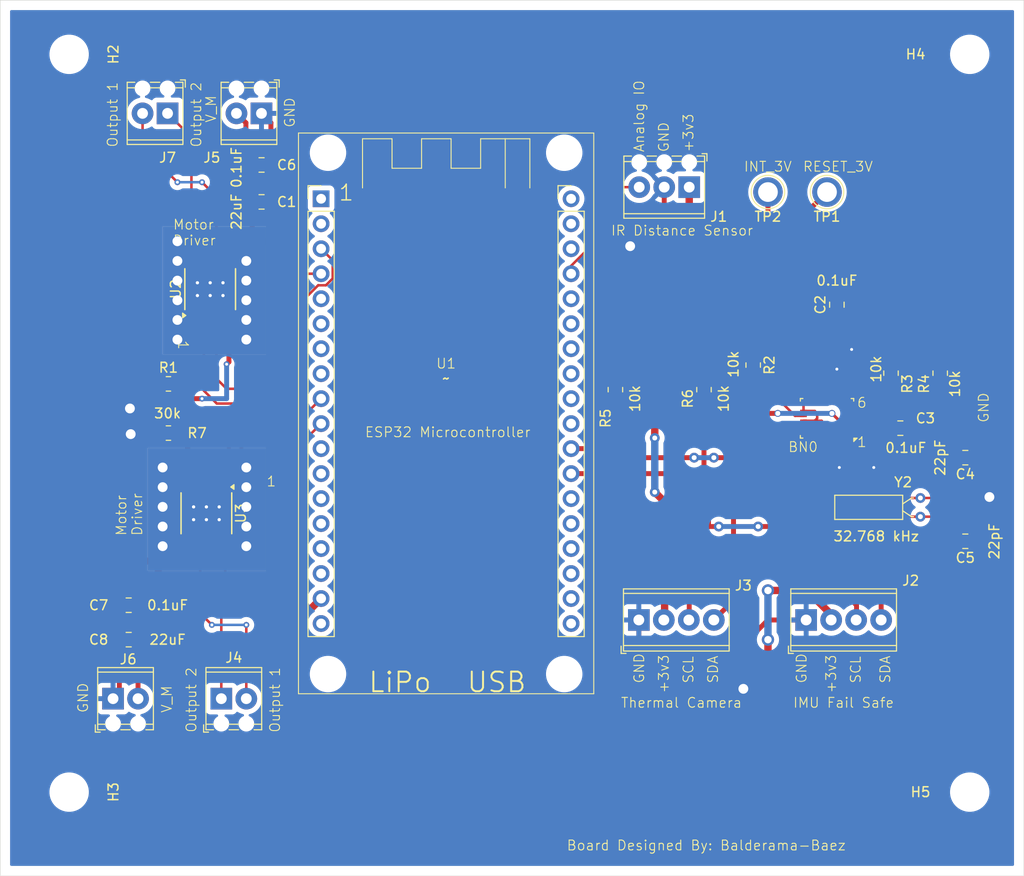
<source format=kicad_pcb>
(kicad_pcb (version 20240108) (generator "pcbnew") (generator_version "8.0")
  (title_block (title "Heat Seaking Predator Bot") (date "2024-10-31") (rev "0.01") (company "Balderama-Baez"))
  (layers (0 "F.Cu" signal) (31 "B.Cu" signal) (34 "B.Paste" user) (35 "F.Paste" user) (36 "B.SilkS" user "B.Silkscreen") (37 "F.SilkS" user "F.Silkscreen") (38 "B.Mask" user) (39 "F.Mask" user) (44 "Edge.Cuts" user))
  (net 0 "")
  (net 1 "GND")
  (net 2 "V_m2")
  (net 3 "Net-(U4-CAP)")
  (net 4 "Net-(U4-XIN32)")
  (net 5 "Net-(U4-XOUT32)")
  (net 6 "V_m1")
  (net 7 "Net-(J1-Pin_3)")
  (net 8 "SCL_3V")
  (net 9 "SDA_3V")
  (net 10 "Net-(J4-Pin_1)")
  (net 11 "Net-(J4-Pin_2)")
  (net 12 "Net-(J7-Pin_2)")
  (net 13 "Net-(J7-Pin_1)")
  (net 14 "Net-(U2-ILIM)")
  (net 15 "Net-(U4-COM3)")
  (net 16 "Net-(U4-PS0)")
  (net 17 "Net-(U4-PS1)")
  (net 18 "Net-(U3-ILIM)")
  (net 19 "RESET_3V")
  (net 21 "Net-(U1-IO5)")
  (net 34 "Net-(U1-IO26)")
  (net 41 "Net-(U1-IO2)")
  (net 42 "Net-(U1-IO25)")
  (net 58 "INT_3V")
  (net 62 "+3v3")
  (footprint "Capacitor_SMD:C_0805_2012Metric" (layer "F.Cu") (at 191.05 101 180)
    (property "Reference" "C4")
    (property "Value" "22pF")
  )
  (footprint "Package_SO:Texas_HTSOP-8-1EP_3.9x4.9mm_P1.27mm_EP2.95x4.9mm_Mask2.4x3.1mm_ThermalVias" (layer "F.Cu") (at 113.945 106.655 -90)
    (property "Reference" "U3")
    (property "Value" "Motor Driver DRV8871DDA")
  )
  (footprint "Resistor_SMD:R_0805_2012Metric" (layer "F.Cu") (at 110.0875 93.5)
    (property "Reference" "R1")
    (property "Value" "30K")
  )
  (footprint "ME507F24:FireBeetle-ESP32" (layer "F.Cu") (at 138.3 95)
    (property "Reference" "U1")
    (property "Value" "~")
  )
  (footprint "Package_LGA:LGA-28_5.2x3.8mm_P0.5mm" (layer "F.Cu") (at 177 97 180)
    (property "Reference" "U4" (hide yes))
    (property "Value" "BNO055")
  )
  (footprint "Resistor_SMD:R_0805_2012Metric" (layer "F.Cu") (at 188.5 92.4125 90)
    (property "Reference" "R4")
    (property "Value" "10K")
  )
  (footprint "TerminalBlock_Phoenix:TerminalBlock_Phoenix_MPT-0,5-2-2.54_1x02_P2.54mm_Horizontal" (layer "F.Cu") (at 104.46 125.5)
    (property "Reference" "J6")
    (property "Value" "Screw_Terminal_01x02")
  )
  (footprint "Resistor_SMD:R_0805_2012Metric" (layer "F.Cu") (at 110.0875 98.5)
    (property "Reference" "R7")
    (property "Value" "30K")
  )
  (footprint "Resistor_SMD:R_0805_2012Metric" (layer "F.Cu") (at 164.5 94.0875 90)
    (property "Reference" "R6")
    (property "Value" "10K")
  )
  (footprint "Capacitor_SMD:C_0805_2012Metric" (layer "F.Cu") (at 106.05 119.5 180)
    (property "Reference" "C8")
    (property "Value" "22uF")
  )
  (footprint "Crystal:Crystal_C26-LF_D2.1mm_L6.5mm_Horizontal" (layer "F.Cu") (at 186.486526 105.1 -90)
    (property "Reference" "Y2")
    (property "Value" "32.768 kHz")
  )
  (footprint "TerminalBlock_Phoenix:TerminalBlock_Phoenix_MPT-0,5-4-2.54_1x04_P2.54mm_Horizontal" (layer "F.Cu") (at 174.88 117.5)
    (property "Reference" "J2")
    (property "Value" "Screw_Terminal_01x04" (hide yes))
  )
  (footprint "MountingHole:MountingHole_3.5mm" (layer "F.Cu") (at 191.5 60)
    (property "Reference" "H4")
    (property "Value" "MountingHole")
  )
  (footprint "Resistor_SMD:R_0805_2012Metric" (layer "F.Cu") (at 183.5 92.4125 -90)
    (property "Reference" "R3")
    (property "Value" "10K")
  )
  (footprint "Capacitor_SMD:C_0805_2012Metric" (layer "F.Cu") (at 119.55 75)
    (property "Reference" "C1")
    (property "Value" "22uF")
  )
  (footprint "MountingHole:MountingHole_3.5mm" (layer "F.Cu") (at 100 60 -90)
    (property "Reference" "H2")
    (property "Value" "MountingHole")
  )
  (footprint "TerminalBlock_Phoenix:TerminalBlock_Phoenix_MPT-0,5-2-2.54_1x02_P2.54mm_Horizontal" (layer "F.Cu") (at 119.54 66 180)
    (property "Reference" "J5")
    (property "Value" "Screw_Terminal_01x02")
  )
  (footprint "Capacitor_SMD:C_0805_2012Metric" (layer "F.Cu") (at 191.05 109.5 180)
    (property "Reference" "C5")
    (property "Value" "22pF")
  )
  (footprint "TerminalBlock_Phoenix:TerminalBlock_Phoenix_MPT-0,5-3-2.54_1x03_P2.54mm_Horizontal" (layer "F.Cu") (at 163 73.5 180)
    (property "Reference" "J1")
    (property "Value" "Screw_Terminal_01x03")
  )
  (footprint "TestPoint:TestPoint_Plated_Hole_D2.0mm" (layer "F.Cu") (at 171 74 180)
    (property "Reference" "TP2")
    (property "Value" "TestPoint")
  )
  (footprint "Resistor_SMD:R_0805_2012Metric" (layer "F.Cu") (at 169.5 91.5875 -90)
    (property "Reference" "R2")
    (property "Value" "10K")
  )
  (footprint "MountingHole:MountingHole_3.5mm" (layer "F.Cu") (at 100 135 -90)
    (property "Reference" "H3")
    (property "Value" "MountingHole")
  )
  (footprint "MountingHole:MountingHole_3.5mm" (layer "F.Cu") (at 191.5 135)
    (property "Reference" "H5")
    (property "Value" "MountingHole")
  )
  (footprint "Capacitor_SMD:C_0805_2012Metric" (layer "F.Cu") (at 178 85.45 90)
    (property "Reference" "C2")
    (property "Value" "0.1uF")
  )
  (footprint "Capacitor_SMD:C_0805_2012Metric" (layer "F.Cu") (at 119.55 71.245)
    (property "Reference" "C6")
    (property "Value" "0.1uF")
  )
  (footprint "TerminalBlock_Phoenix:TerminalBlock_Phoenix_MPT-0,5-2-2.54_1x02_P2.54mm_Horizontal" (layer "F.Cu") (at 110 66 180)
    (property "Reference" "J7")
    (property "Value" "Screw_Terminal_01x02")
  )
  (footprint "Package_SO:Texas_HTSOP-8-1EP_3.9x4.9mm_P1.27mm_EP2.95x4.9mm_Mask2.4x3.1mm_ThermalVias" (layer "F.Cu") (at 114.33 83.87 90)
    (property "Reference" "U2")
    (property "Value" "Motor Driver DRV8871DDA")
  )
  (footprint "Resistor_SMD:R_0805_2012Metric" (layer "F.Cu") (at 155.5 94.0875 90)
    (property "Reference" "R5")
    (property "Value" "10K")
  )
  (footprint "TestPoint:TestPoint_Plated_Hole_D2.0mm" (layer "F.Cu") (at 177 74 180)
    (property "Reference" "TP1")
    (property "Value" "TestPoint")
  )
  (footprint "TerminalBlock_Phoenix:TerminalBlock_Phoenix_MPT-0,5-2-2.54_1x02_P2.54mm_Horizontal" (layer "F.Cu") (at 115.46 125.5)
    (property "Reference" "J4")
    (property "Value" "Screw_Terminal_01x02")
  )
  (footprint "TerminalBlock_Phoenix:TerminalBlock_Phoenix_MPT-0,5-4-2.54_1x04_P2.54mm_Horizontal" (layer "F.Cu") (at 157.88 117.5)
    (property "Reference" "J3")
    (property "Value" "Screw_Terminal_01x04")
  )
  (footprint "Capacitor_SMD:C_0805_2012Metric" (layer "F.Cu") (at 106.05 116 180)
    (property "Reference" "C7")
    (property "Value" "0.1uF")
  )
  (footprint "Capacitor_SMD:C_0805_2012Metric" (layer "F.Cu") (at 184.45 98)
    (property "Reference" "C3")
    (property "Value" "0.1uF")
  )
  (gr_rect (start 93 54.5) (end 197 143.5) (stroke (width 0.05)) (fill none) (layer "Edge.Cuts"))
  (gr_text "10k" (at 157.5 95 90) (layer "F.SilkS") (effects (font (size 1 1))))
  (gr_text "+3v3" (at 161 125 90) (layer "F.SilkS") (effects (font (size 1 1) (thickness 0.1)) (justify left bottom)))
  (gr_text "10k" (at 182 92 90) (layer "F.SilkS") (effects (font (size 1 1))))
  (gr_text "6" (at 180 96 0) (layer "F.SilkS") (effects (font (size 1 1) (thickness 0.1)) (justify left bottom)))
  (gr_text "Output 1" (at 105 69.5 90) (layer "F.SilkS") (effects (font (size 1 1) (thickness 0.1)) (justify left bottom)))
  (gr_text "GND" (at 161 70 90) (layer "F.SilkS") (effects (font (size 1 1) (thickness 0.1)) (justify left bottom)))
  (gr_text "10k" (at 167.5 91.5 90) (layer "F.SilkS") (effects (font (size 1 1))))
  (gr_text "GND" (at 158.5 124 90) (layer "F.SilkS") (effects (font (size 1 1) (thickness 0.1)) (justify left bottom)))
  (gr_text "GND" (at 102 127 90) (layer "F.SilkS") (effects (font (size 1 1) (thickness 0.1)) (justify left bottom)))
  (gr_text "Output 2" (at 113 129 90) (layer "F.SilkS") (effects (font (size 1 1) (thickness 0.1)) (justify left bottom)))
  (gr_text "32.768 kHz" (at 182 109 0) (layer "F.SilkS") (effects (font (size 1 1))))
  (gr_text "SDA" (at 166 124 90) (layer "F.SilkS") (effects (font (size 1 1) (thickness 0.1)) (justify left bottom)))
  (gr_text "IMU Fail Safe" (at 173.5 126.5 0) (layer "F.SilkS") (effects (font (size 1 1) (thickness 0.1)) (justify left bottom)))
  (gr_text "Board Designed By: Balderama-Baez" (at 150.5 141 0) (layer "F.SilkS") (effects (font (size 1 1) (thickness 0.1)) (justify left bottom)))
  (gr_text "1" (at 120 104 0) (layer "F.SilkS") (effects (font (size 1 1) (thickness 0.1)) (justify left bottom)))
  (gr_text "BN0" (at 173 100.5 0) (layer "F.SilkS") (effects (font (size 1 1) (thickness 0.1)) (justify left bottom)))
  (gr_text "0.1uF" (at 117 71.5 90) (layer "F.SilkS") (effects (font (size 1 1))))
  (gr_text "+3v3" (at 178 125 90) (layer "F.SilkS") (effects (font (size 1 1) (thickness 0.1)) (justify left bottom)))
  (gr_text "Output 2" (at 113.5 69.5 90) (layer "F.SilkS") (effects (font (size 1 1) (thickness 0.1)) (justify left bottom)))
  (gr_text "Thermal Camera" (at 156 126.5 0) (layer "F.SilkS") (effects (font (size 1 1) (thickness 0.1)) (justify left bottom)))
  (gr_text "22uF" (at 117 76 90) (layer "F.SilkS") (effects (font (size 1 1))))
  (gr_text "10k" (at 166.5 95 90) (layer "F.SilkS") (effects (font (size 1 1))))
  (gr_text "SCL" (at 180.5 124 90) (layer "F.SilkS") (effects (font (size 1 1) (thickness 0.1)) (justify left bottom)))
  (gr_text "0.1uF" (at 178 83 0) (layer "F.SilkS") (effects (font (size 1 1))))
  (gr_text "Motor\nDriver" (at 110.5 79.5 0) (layer "F.SilkS") (effects (font (size 1 1) (thickness 0.1)) (justify left bottom)))
  (gr_text "INT_3V" (at 168.5 72 0) (layer "F.SilkS") (effects (font (size 1 1) (thickness 0.1)) (justify left bottom)))
  (gr_text "GND" (at 175 124 90) (layer "F.SilkS") (effects (font (size 1 1) (thickness 0.1)) (justify left bottom)))
  (gr_text "Analog IO" (at 158.5 70 90) (layer "F.SilkS") (effects (font (size 1 1) (thickness 0.1)) (justify left bottom)))
  (gr_text "22pF" (at 194 109.5 90) (layer "F.SilkS") (effects (font (size 1 1))))
  (gr_text "IR Distance Sensor" (at 155 78.5 0) (layer "F.SilkS") (effects (font (size 1 1) (thickness 0.1)) (justify left bottom)))
  (gr_text "22uF" (at 110 119.5 0) (layer "F.SilkS") (effects (font (size 1 1))))
  (gr_text "RESET_3V" (at 174.5 72 0) (layer "F.SilkS") (effects (font (size 1 1) (thickness 0.1)) (justify left bottom)))
  (gr_text "1" (at 180 100 0) (layer "F.SilkS") (effects (font (size 1 1) (thickness 0.1)) (justify left bottom)))
  (gr_text "ESP32 Microcontroller" (at 130 99 0) (layer "F.SilkS") (effects (font (size 1 1) (thickness 0.1)) (justify left bottom)))
  (gr_text "+3v3" (at 163.5 70 90) (layer "F.SilkS") (effects (font (size 1 1) (thickness 0.1)) (justify left bottom)))
  (gr_text "0.1uF" (at 185 100 0) (layer "F.SilkS") (effects (font (size 1 1))))
  (gr_text "30k" (at 110 96.5 0) (layer "F.SilkS") (effects (font (size 1 1))))
  (gr_text "V_M" (at 110.5 127 90) (layer "F.SilkS") (effects (font (size 1 1) (thickness 0.1)) (justify left bottom)))
  (gr_text "Motor\nDriver" (at 107.5 109 90) (layer "F.SilkS") (effects (font (size 1 1) (thickness 0.1)) (justify left bottom)))
  (gr_text "22pF" (at 188.5 101 90) (layer "F.SilkS") (effects (font (size 1 1))))
  (gr_text "SDA" (at 183.5 124 90) (layer "F.SilkS") (effects (font (size 1 1) (thickness 0.1)) (justify left bottom)))
  (gr_text "0.1uF" (at 110 116 0) (layer "F.SilkS") (effects (font (size 1 1))))
  (gr_text "Output 1" (at 121.5 129 90) (layer "F.SilkS") (effects (font (size 1 1) (thickness 0.1)) (justify left bottom)))
  (gr_text "SCL" (at 163.5 124 90) (layer "F.SilkS") (effects (font (size 1 1) (thickness 0.1)) (justify left bottom)))
  (gr_text "GND" (at 123 67.5 90) (layer "F.SilkS") (effects (font (size 1 1) (thickness 0.1)) (justify left bottom)))
  (gr_text "1" (at 111 89 -90) (layer "F.SilkS") (effects (font (size 1 1) (thickness 0.1)) (justify left bottom)))
  (gr_text "10k" (at 190 93.5 90) (layer "F.SilkS") (effects (font (size 1 1))))
  (gr_text "GND" (at 193.5 97.5 90) (layer "F.SilkS") (effects (font (size 1 1) (thickness 0.1)) (justify left bottom)))
  (gr_text "V_M" (at 115 67 90) (layer "F.SilkS") (effects (font (size 1 1) (thickness 0.1)) (justify left bottom)))
  (segment (start 112.425 85.895) (end 113.695 84.625) (width 0.5) (layer "F.Cu") (net 1))
  (segment (start 114.33 83.87) (end 113.695 83.235) (width 0.5) (layer "F.Cu") (net 1))
  (segment (start 105.1 114.4) (end 109.5 110) (width 0.5) (layer "F.Cu") (net 1))
  (segment (start 192 105) (end 192 109.5) (width 0.5) (layer "F.Cu") (net 1))
  (segment (start 113.695 83.235) (end 113.695 80.995) (width 0.5) (layer "F.Cu") (net 1))
  (segment (start 158 120) (end 157.88 119.88) (width 0.5) (layer "F.Cu") (net 1))
  (segment (start 181.767501 101.982499) (end 181.785002 102) (width 0.5) (layer "F.Cu") (net 1))
  (segment (start 182.5 101.5) (end 182.5 100.548) (width 0.5) (layer "F.Cu") (net 1))
  (segment (start 177.5 101.25) (end 177.5 100.5) (width 0.5) (layer "F.Cu") (net 1))
  (segment (start 172.175 90.675) (end 169.5 90.675) (width 0.254) (layer "F.Cu") (net 1))
  (segment (start 191 91.5) (end 192 92.5) (width 0.5) (layer "F.Cu") (net 1))
  (segment (start 174.88 117.5) (end 171 117.5) (width 0.5) (layer "F.Cu") (net 1))
  (segment (start 112.425 86.745) (end 112.425 85.895) (width 0.254) (layer "F.Cu") (net 1))
  (segment (start 192 101) (end 192 97.5) (width 0.5) (layer "F.Cu") (net 1))
  (segment (start 177.25 98.6625) (end 177.25 98.048) (width 0.25) (layer "F.Cu") (net 1))
  (segment (start 106.3625 98.5) (end 106.255 98.6075) (width 0.254) (layer "F.Cu") (net 1))
  (segment (start 179.5 90) (end 179.5 89) (width 0.3) (layer "F.Cu") (net 1))
  (segment (start 108.675 93.5) (end 109.175 93.5) (width 0.5) (layer "F.Cu") (net 1))
  (segment (start 179.175 85.675) (end 178 84.5) (width 0.5) (layer "F.Cu") (net 1))
  (segment (start 177.25 95.3375) (end 177.25 92.75) (width 0.3) (layer "F.Cu") (net 1))
  (segment (start 113.695 84.625) (end 113.695 80.995) (width 0.5) (layer "F.Cu") (net 1))
  (segment (start 115.85 103.78) (end 115.85 104.75) (width 0.254) (layer "F.Cu") (net 1))
  (segment (start 172.5 93.5) (end 172.5 91) (width 0.254) (layer "F.Cu") (net 1))
  (segment (start 174.3375 95.3375) (end 172.5 93.5) (width 0.254) (layer "F.Cu") (net 1))
  (segment (start 115.85 104.75) (end 113.945 106.655) (width 0.5) (layer "F.Cu") (net 1))
  (segment (start 181.175 85.675) (end 179.175 85.675) (width 0.5) (layer "F.Cu") (net 1))
  (segment (start 175.75 97.25) (end 176 97) (width 0.254) (layer "F.Cu") (net 1))
  (segment (start 105 115.9) (end 105.1 116) (width 0.254) (layer "F.Cu") (net 1))
  (segment (start 179.5 89) (end 182 86.5) (width 0.3) (layer "F.Cu") (net 1))
  (segment (start 179.827 97.875) (end 179.752449 97.875) (width 0.3) (layer "F.Cu") (net 1))
  (segment (start 168.5 124.5) (end 168.5 120) (width 0.5) (layer "F.Cu") (net 1))
  (segment (start 106.175 96) (end 108.675 93.5) (width 0.5) (layer "F.Cu") (net 1))
  (segment (start 174.6125 97.25) (end 175.75 97.25) (width 0.254) (layer "F.Cu") (net 1))
  (segment (start 176 96.5) (end 175.75 96.25) (width 0.254) (layer "F.Cu") (net 1))
  (segment (start 105.1 116) (end 105.1 120) (width 0.5) (layer "F.Cu") (net 1))
  (segment (start 182 102) (end 182.5 101.5) (width 0.5) (layer "F.Cu") (net 1))
  (segment (start 183.5 91.5) (end 183.5 88) (width 0.5) (layer "F.Cu") (net 1))
  (segment (start 119.54 66) (end 120.5 66.96) (width 0.5) (layer "F.Cu") (net 1))
  (segment (start 182.5 100.548) (end 179.827 97.875) (width 0.5) (layer "F.Cu") (net 1))
  (segment (start 172.5 91) (end 172.175 90.675) (width 0.254) (layer "F.Cu") (net 1))
  (segment (start 188.5 91.5) (end 183.5 91.5) (width 0.5) (layer "F.Cu") (net 1))
  (segment (start 174.6125 95.475) (end 174.75 95.3375) (width 0.254) (layer "F.Cu") (net 1))
  (segment (start 120.5 71.245) (end 120.5 75) (width 0.5) (layer "F.Cu") (net 1))
  (segment (start 188.5 91.5) (end 191 91.5) (width 0.5) (layer "F.Cu") (net 1))
  (segment (start 105.1 120) (end 105.1 124.86) (width 0.5) (layer "F.Cu") (net 1))
  (segment (start 158.5 79.5) (end 160.46 77.54) (width 0.5) (layer "F.Cu") (net 1))
  (segment (start 109.175 98.5) (end 106.3625 98.5) (width 0.5) (layer "F.Cu") (net 1))
  (segment (start 177.25 98.6625) (end 177.25 100.25) (width 0.25) (layer "F.Cu") (net 1))
  (segment (start 174.75 95.3375) (end 174.3375 95.3375) (width 0.254) (layer "F.Cu") (net 1))
  (segment (start 120.5 78.5) (end 118 81) (width 0.5) (layer "F.Cu") (net 1))
  (segment (start 120.5 66.96) (end 120.5 71.245) (width 0.5) (layer "F.Cu") (net 1))
  (segment (start 157 79.5) (end 158.5 79.5) (width 0.5) (layer "F.Cu") (net 1))
  (segment (start 175.75 96.25) (end 174.6125 96.25) (width 0.254) (layer "F.Cu") (net 1))
  (segment (start 105.1 124.86) (end 104.46 125.5) (width 0.5) (layer "F.Cu") (net 1))
  (segment (start 177.25 100.25) (end 177.5 100.5) (width 0.25) (layer "F.Cu") (net 1))
  (segment (start 178.25 102) (end 177.5 101.25) (width 0.5) (layer "F.Cu") (net 1))
  (segment (start 171 117.5) (end 168.5 120) (width 0.5) (layer "F.Cu") (net 1))
  (segment (start 120.5 75) (end 120.5 78.5) (width 0.5) (layer "F.Cu") (net 1))
  (segment (start 177.25 92.75) (end 178 92) (width 0.3) (layer "F.Cu") (net 1))
  (segment (start 174.6125 96.25) (end 174.6125 95.475) (width 0.254) (layer "F.Cu") (net 1))
  (segment (start 105.1 116) (end 105.1 114.4) (width 0.5) (layer "F.Cu") (net 1))
  (segment (start 176 97) (end 176 96.5) (width 0.254) (layer "F.Cu") (net 1))
  (segment (start 192 101) (end 192 105) (width 0.5) (layer "F.Cu") (net 1))
  (segment (start 192 92.5) (end 192 98) (width 0.5) (layer "F.Cu") (net 1))
  (segment (start 192 105) (end 193.5 105) (width 0.5) (layer "F.Cu") (net 1))
  (segment (start 160.46 77.54) (end 160.46 73.5) (width 0.5) (layer "F.Cu") (net 1))
  (segment (start 192 98) (end 185.4 98) (width 0.5) (layer "F.Cu") (net 1))
  (segment (start 178 101.75) (end 178.25 102) (width 0.5) (layer "F.Cu") (net 1))
  (segment (start 168.5 120) (end 158 120) (width 0.5) (layer "F.Cu") (net 1))
  (segment (start 157.88 119.88) (end 157.88 117.5) (width 0.5) (layer "F.Cu") (net 1))
  (segment (start 176.452 97.25) (end 175.75 97.25) (width 0.25) (layer "F.Cu") (net 1))
  (segment (start 177.25 98.048) (end 176.452 97.25) (width 0.25) (layer "F.Cu") (net 1))
  (segment (start 183.5 88) (end 181.175 85.675) (width 0.5) (layer "F.Cu") (net 1))
  (via (at 111 87) (size 1.5) (drill 1) (layers "F.Cu" "B.Cu") (net 1))
  (via (at 106.255 98.6075) (size 1.5) (drill 1) (layers "F.Cu" "B.Cu") (net 1))
  (via (at 118 87) (size 1.5) (drill 1) (layers "F.Cu" "B.Cu") (net 1))
  (via (at 109.5 110) (size 1.5) (drill 1) (layers "F.Cu" "B.Cu") (net 1))
  (via (at 111 81) (size 1.5) (drill 1) (layers "F.Cu" "B.Cu") (net 1))
  (via (at 109.5 102) (size 1.5) (drill 1) (layers "F.Cu" "B.Cu") (net 1))
  (via (at 118 83) (size 1.5) (drill 1) (layers "F.Cu" "B.Cu") (net 1))
  (via (at 111 89) (size 1.5) (drill 1) (layers "F.Cu" "B.Cu") (net 1))
  (via (at 118 85) (size 1.5) (drill 1) (layers "F.Cu" "B.Cu") (net 1))
  (via (at 118 104) (size 1.5) (drill 1) (layers "F.Cu" "B.Cu") (net 1))
  (via (at 109.5 104) (size 1.5) (drill 1) (layers "F.Cu" "B.Cu") (net 1))
  (via (at 118 102) (size 1.5) (drill 1) (layers "F.Cu" "B.Cu") (net 1))
  (via (at 118 110) (size 1.5) (drill 1) (layers "F.Cu" "B.Cu") (net 1))
  (via (at 178.25 102) (size 0.6) (drill 0.3) (layers "F.Cu" "B.Cu") (net 1))
  (via (at 118 89) (size 1.5) (drill 1) (layers "F.Cu" "B.Cu") (net 1))
  (via (at 109.5 106) (size 1.5) (drill 1) (layers "F.Cu" "B.Cu") (net 1))
  (via (at 179.5 90) (size 0.5) (drill 0.3) (layers "F.Cu" "B.Cu") (net 1))
  (via (at 118 106) (size 1.5) (drill 1) (layers "F.Cu" "B.Cu") (net 1))
  (via (at 111 83) (size 1.5) (drill 1) (layers "F.Cu" "B.Cu") (net 1))
  (via (at 181.75 102) (size 0.6) (drill 0.3) (layers "F.Cu" "B.Cu") (net 1))
  (via (at 106.175 96) (size 1.5) (drill 1) (layers "F.Cu" "B.Cu") (net 1))
  (via (at 168.5 124.5) (size 1.5) (drill 1) (layers "F.Cu" "B.Cu") (net 1))
  (via (at 111 79) (size 1.5) (drill 1) (layers "F.Cu" "B.Cu") (net 1))
  (via (at 118 81) (size 1.5) (drill 1) (layers "F.Cu" "B.Cu") (net 1))
  (via (at 109.5 108) (size 1.5) (drill 1) (layers "F.Cu" "B.Cu") (net 1))
  (via (at 157 79.5) (size 1.5) (drill 1) (layers "F.Cu" "B.Cu") (net 1))
  (via (at 178 92) (size 0.5) (drill 0.3) (layers "F.Cu" "B.Cu") (net 1))
  (via (at 111 85) (size 1.5) (drill 1) (layers "F.Cu" "B.Cu") (net 1))
  (via (at 118 108) (size 1.5) (drill 1) (layers "F.Cu" "B.Cu") (net 1))
  (via (at 193.5 105) (size 1.5) (drill 1) (layers "F.Cu" "B.Cu") (net 1))
  (segment (start 178.25 102) (end 181.75 102) (width 0.5) (layer "B.Cu") (net 1))
  (segment (start 178 92) (end 179.5 90.5) (width 0.3) (layer "B.Cu") (net 1))
  (segment (start 179.5 90.5) (end 179.5 90) (width 0.3) (layer "B.Cu") (net 1))
  (segment (start 117.96 66.96) (end 117 66) (width 0.5) (layer "F.Cu") (net 2))
  (segment (start 118.6 75) (end 118.6 71.245) (width 0.5) (layer "F.Cu") (net 2))
  (segment (start 116.235 80.765) (end 116.235 80.995) (width 0.5) (layer "F.Cu") (net 2))
  (segment (start 118.6 70.9) (end 117.96 70.26) (width 0.5) (layer "F.Cu") (net 2))
  (segment (start 118.6 71.245) (end 118.6 70.9) (width 0.5) (layer "F.Cu") (net 2))
  (segment (start 118.6 78.63) (end 118.6 75) (width 0.5) (layer "F.Cu") (net 2))
  (segment (start 116.235 80.995) (end 118.6 78.63) (width 0.5) (layer "F.Cu") (net 2))
  (segment (start 117.96 70.26) (end 117.96 66.96) (width 0.5) (layer "F.Cu") (net 2))
  (segment (start 179.5 92.969) (end 177.75 94.719) (width 0.254) (layer "F.Cu") (net 3))
  (segment (start 178 86.4) (end 178 90) (width 0.254) (layer "F.Cu") (net 3))
  (segment (start 177.75 94.719) (end 177.75 95.3375) (width 0.254) (layer "F.Cu") (net 3))
  (segment (start 179.5 91.5) (end 179.5 92.969) (width 0.254) (layer "F.Cu") (net 3))
  (segment (start 178 90) (end 179.5 91.5) (width 0.254) (layer "F.Cu") (net 3))
  (segment (start 186.486526 105.1) (end 189.5 105.1) (width 0.254) (layer "F.Cu") (net 4))
  (segment (start 189.5 105.1) (end 190.1 104.5) (width 0.254) (layer "F.Cu") (net 4))
  (segment (start 178.25 99.25) (end 178.25 99.386712) (width 0.254) (layer "F.Cu") (net 4))
  (segment (start 178.25 99.386712) (end 183.963288 105.1) (width 0.254) (layer "F.Cu") (net 4))
  (segment (start 178.25 99.281) (end 178.25 98.6625) (width 0.254) (layer "F.Cu") (net 4))
  (segment (start 190.1 104.5) (end 190.1 101) (width 0.254) (layer "F.Cu") (net 4))
  (segment (start 183.963288 105.1) (end 186.486526 105.1) (width 0.254) (layer "F.Cu") (net 4))
  (segment (start 181 107) (end 186.486526 107) (width 0.254) (layer "F.Cu") (net 5))
  (segment (start 179 100.778764) (end 179 105) (width 0.254) (layer "F.Cu") (net 5))
  (segment (start 190.1 107.3) (end 190.1 109.5) (width 0.254) (layer "F.Cu") (net 5))
  (segment (start 186.486526 107) (end 189.8 107) (width 0.254) (layer "F.Cu") (net 5))
  (segment (start 177.75 99.528764) (end 179 100.778764) (width 0.254) (layer "F.Cu") (net 5))
  (segment (start 177.75 98.6625) (end 177.75 99.528764) (width 0.254) (layer "F.Cu") (net 5))
  (segment (start 189.8 109.5) (end 190.1 109.5) (width 0.254) (layer "F.Cu") (net 5))
  (segment (start 179 105) (end 181 107) (width 0.254) (layer "F.Cu") (net 5))
  (segment (start 189.8 107) (end 190.1 107.3) (width 0.254) (layer "F.Cu") (net 5))
  (segment (start 107 116) (end 107 120) (width 0.5) (layer "F.Cu") (net 6))
  (segment (start 107 120) (end 107 125.5) (width 0.5) (layer "F.Cu") (net 6))
  (segment (start 107 115.45) (end 106.9 115.35) (width 0.254) (layer "F.Cu") (net 6))
  (segment (start 107 114.57) (end 107 116) (width 0.5) (layer "F.Cu") (net 6))
  (segment (start 112.04 110.46) (end 112.04 109.53) (width 0.5) (layer "F.Cu") (net 6))
  (segment (start 112.04 109.53) (end 107 114.57) (width 0.5) (layer "F.Cu") (net 6))
  (segment (start 154.5 78) (end 154.5 75) (width 0.254) (layer "F.Cu") (net 7))
  (segment (start 156 73.5) (end 157.92 73.5) (width 0.254) (layer "F.Cu") (net 7))
  (segment (start 154.5 75) (end 156 73.5) (width 0.254) (layer "F.Cu") (net 7))
  (segment (start 151 82.3) (end 151 81.5) (width 0.2) (layer "F.Cu") (net 7))
  (segment (start 151 81.5) (end 154.5 78) (width 0.254) (layer "F.Cu") (net 7))
  (segment (start 163 117.46) (end 163 109.96) (width 0.5) (layer "F.Cu") (net 8))
  (segment (start 164.5 98) (end 164.673 97.827) (width 0.5) (layer "F.Cu") (net 8))
  (segment (start 164.96 108) (end 164.96 103.58) (width 0.5) (layer "F.Cu") (net 8))
  (segment (start 164.5 98) (end 164.5 97.5) (width 0.5) (layer "F.Cu") (net 8))
  (segment (start 162.96 117.5) (end 163 117.46) (width 0.254) (layer "F.Cu") (net 8))
  (segment (start 164.673 97.827) (end 174.5355 97.827) (width 0.5) (layer "F.Cu") (net 8))
  (segment (start 179.96 117.5) (end 180 117.46) (width 0.254) (layer "F.Cu") (net 8))
  (segment (start 180 116) (end 172 108) (width 0.5) (layer "F.Cu") (net 8))
  (segment (start 164 102.62) (end 164.5 102.12) (width 0.5) (layer "F.Cu") (net 8))
  (segment (start 151 102.62) (end 164 102.62) (width 0.5) (layer "F.Cu") (net 8))
  (segment (start 166 108) (end 164.96 108) (width 0.5) (layer "F.Cu") (net 8))
  (segment (start 164.96 103.58) (end 164 102.62) (width 0.5) (layer "F.Cu") (net 8))
  (segment (start 163 109.96) (end 164.96 108) (width 0.5) (layer "F.Cu") (net 8))
  (segment (start 164.5 102.12) (end 164.5 98) (width 0.5) (layer "F.Cu") (net 8))
  (segment (start 172 108) (end 170 108) (width 0.5) (layer "F.Cu") (net 8))
  (segment (start 164.5 97.5) (end 164.5 95) (width 0.5) (layer "F.Cu") (net 8))
  (segment (start 180 117.46) (end 180 116) (width 0.5) (layer "F.Cu") (net 8))
  (via (at 166 108) (size 1) (drill 0.5) (layers "F.Cu" "B.Cu") (net 8))
  (via (at 170 108) (size 1) (drill 0.5) (layers "F.Cu" "B.Cu") (net 8))
  (segment (start 170 108) (end 166 108) (width 0.5) (layer "B.Cu") (net 8))
  (segment (start 167.8375 98.6625) (end 174.673 98.6625) (width 0.5) (layer "F.Cu") (net 9))
  (segment (start 167.5 101) (end 167.5 99) (width 0.5) (layer "F.Cu") (net 9))
  (segment (start 165.5 117.5) (end 167.5 115.5) (width 0.5) (layer "F.Cu") (net 9))
  (segment (start 173.5 106) (end 182.5 115) (width 0.5) (layer "F.Cu") (net 9))
  (segment (start 155.5 100.08) (end 155.5 95) (width 0.5) (layer "F.Cu") (net 9))
  (segment (start 157.84 101) (end 156.92 100.08) (width 0.5) (layer "F.Cu") (net 9))
  (segment (start 167.5 106) (end 173.5 106) (width 0.5) (layer "F.Cu") (net 9))
  (segment (start 165.5 101) (end 167.5 101) (width 0.5) (layer "F.Cu") (net 9))
  (segment (start 156.92 100.08) (end 151 100.08) (width 0.5) (layer "F.Cu") (net 9))
  (segment (start 163.5 101) (end 157.84 101) (width 0.5) (layer "F.Cu") (net 9))
  (segment (start 167.8375 98.6625) (end 167.5 99) (width 0.5) (layer "F.Cu") (net 9))
  (segment (start 167.5 115.5) (end 167.5 106) (width 0.5) (layer "F.Cu") (net 9))
  (segment (start 182.5 115) (end 182.5 117.5) (width 0.5) (layer "F.Cu") (net 9))
  (segment (start 167.5 106) (end 167.5 101) (width 0.5) (layer "F.Cu") (net 9))
  (via (at 163.5 101) (size 1) (drill 0.5) (layers "F.Cu" "B.Cu") (net 9))
  (via (at 165.5 101) (size 1) (drill 0.5) (layers "F.Cu" "B.Cu") (net 9))
  (segment (start 165.5 101) (end 163.5 101) (width 0.5) (layer "B.Cu") (net 9))
  (segment (start 115.46 116.007) (end 115.85 115.617) (width 0.254) (layer "F.Cu") (net 10))
  (segment (start 115.85 115.617) (end 115.85 109.53) (width 0.254) (layer "F.Cu") (net 10))
  (segment (start 115.46 116.007) (end 115.46 125.5) (width 0.254) (layer "F.Cu") (net 10))
  (segment (start 113.31 116.81) (end 113.31 109.53) (width 0.254) (layer "F.Cu") (net 11))
  (segment (start 118 118) (end 118 125.5) (width 0.254) (layer "F.Cu") (net 11))
  (segment (start 118 125.814) (end 118 125.5) (width 0.254) (layer "F.Cu") (net 11))
  (segment (start 114.5 118) (end 113.31 116.81) (width 0.254) (layer "F.Cu") (net 11))
  (via (at 118 118) (size 0.6) (drill 0.3) (layers "F.Cu" "B.Cu") (net 11))
  (via (at 114.5 118) (size 0.6) (drill 0.3) (layers "F.Cu" "B.Cu") (net 11))
  (segment (start 114.5 118) (end 118 118) (width 0.254) (layer "B.Cu") (net 11))
  (segment (start 115 80.96) (end 114.965 80.995) (width 0.254) (layer "F.Cu") (net 12))
  (segment (start 114.965 74.465) (end 114.965 80.995) (width 0.254) (layer "F.Cu") (net 12))
  (segment (start 107.46 69.46) (end 107.46 66) (width 0.254) (layer "F.Cu") (net 12))
  (segment (start 111 73) (end 107.46 69.46) (width 0.254) (layer "F.Cu") (net 12))
  (segment (start 113.5 73) (end 114.965 74.465) (width 0.254) (layer "F.Cu") (net 12))
  (via (at 113.5 73) (size 0.6) (drill 0.3) (layers "F.Cu" "B.Cu") (net 12))
  (via (at 111 73) (size 0.6) (drill 0.3) (layers "F.Cu" "B.Cu") (net 12))
  (segment (start 113.5 73) (end 111 73) (width 0.254) (layer "B.Cu") (net 12))
  (segment (start 112.425 80.995) (end 112.425 71.425) (width 0.254) (layer "F.Cu") (net 13))
  (segment (start 112 68) (end 110 66) (width 0.254) (layer "F.Cu") (net 13))
  (segment (start 112.425 71.425) (end 112 71) (width 0.254) (layer "F.Cu") (net 13))
  (segment (start 112 71) (end 112 68) (width 0.254) (layer "F.Cu") (net 13))
  (segment (start 116.235 86.745) (end 116.235 91.265) (width 0.5) (layer "F.Cu") (net 14))
  (segment (start 111 93.5) (end 112.5 95) (width 0.5) (layer "F.Cu") (net 14))
  (segment (start 112.5 95) (end 113.5 95) (width 0.5) (layer "F.Cu") (net 14))
  (segment (start 116.235 91.265) (end 116 91.5) (width 0.5) (layer "F.Cu") (net 14))
  (via (at 116 91.5) (size 0.6) (drill 0.3) (layers "F.Cu" "B.Cu") (net 14))
  (via (at 113.5 95) (size 0.6) (drill 0.3) (layers "F.Cu" "B.Cu") (net 14))
  (segment (start 113.5 95) (end 116 95) (width 0.5) (layer "B.Cu") (net 14))
  (segment (start 116 95) (end 116 91.5) (width 0.5) (layer "B.Cu") (net 14))
  (segment (start 173.75 96.75) (end 174.6125 96.75) (width 0.254) (layer "F.Cu") (net 15))
  (segment (start 169.5 92.5) (end 173.75 96.75) (width 0.254) (layer "F.Cu") (net 15))
  (segment (start 183.5 93.325) (end 181.2625 93.325) (width 0.254) (layer "F.Cu") (net 16))
  (segment (start 181.2625 93.325) (end 179.25 95.3375) (width 0.254) (layer "F.Cu") (net 16))
  (segment (start 188.5 93.325) (end 185.575 96.25) (width 0.254) (layer "F.Cu") (net 17))
  (segment (start 185.575 96.25) (end 179.3875 96.25) (width 0.254) (layer "F.Cu") (net 17))
  (segment (start 112.04 103.78) (end 112.04 99.54) (width 0.5) (layer "F.Cu") (net 18))
  (segment (start 112.04 99.54) (end 111 98.5) (width 0.5) (layer "F.Cu") (net 18))
  (segment (start 177 74) (end 174.5 76.5) (width 0.5) (layer "F.Cu") (net 19))
  (segment (start 174.5 76.5) (end 174.5 89.5) (width 0.5) (layer "F.Cu") (net 19))
  (segment (start 176.75 74.25) (end 177 74) (width 0.254) (layer "F.Cu") (net 19))
  (segment (start 176.75 91.75) (end 176.75 95.3375) (width 0.254) (layer "F.Cu") (net 19))
  (segment (start 174.5 89.5) (end 176.75 91.75) (width 0.5) (layer "F.Cu") (net 19))
  (segment (start 113.31 103.78) (end 113.31 102.93) (width 0.254) (layer "F.Cu") (net 21))
  (segment (start 113.31 102.93) (end 117.74 98.5) (width 0.254) (layer "F.Cu") (net 21))
  (segment (start 122.1 98.5) (end 125.6 95) (width 0.254) (layer "F.Cu") (net 21))
  (segment (start 117.74 98.5) (end 122.1 98.5) (width 0.254) (layer "F.Cu") (net 21))
  (segment (start 116 94) (end 114.965 92.965) (width 0.254) (layer "F.Cu") (net 34))
  (segment (start 121.5 84) (end 121.5 94) (width 0.254) (layer "F.Cu") (net 34))
  (segment (start 123.2 82.3) (end 121.5 84) (width 0.254) (layer "F.Cu") (net 34))
  (segment (start 125.6 82.3) (end 123.2 82.3) (width 0.254) (layer "F.Cu") (net 34))
  (segment (start 121.5 94) (end 116 94) (width 0.254) (layer "F.Cu") (net 34))
  (segment (start 114.965 92.965) (end 114.965 86.745) (width 0.254) (layer "F.Cu") (net 34))
  (segment (start 114.58 103.78) (end 114.58 102.93) (width 0.254) (layer "F.Cu") (net 41))
  (segment (start 123.64 99.5) (end 125.6 97.54) (width 0.254) (layer "F.Cu") (net 41))
  (segment (start 114.58 102.93) (end 118.01 99.5) (width 0.254) (layer "F.Cu") (net 41))
  (segment (start 118.01 99.5) (end 123.64 99.5) (width 0.254) (layer "F.Cu") (net 41))
  (segment (start 121.5 95.5) (end 115 95.5) (width 0.254) (layer "F.Cu") (net 42))
  (segment (start 113.695 94.195) (end 113.695 86.745) (width 0.254) (layer "F.Cu") (net 42))
  (segment (start 122.5 94.5) (end 121.5 95.5) (width 0.254) (layer "F.Cu") (net 42))
  (segment (start 126.777 80.937) (end 126.777 82.78753) (width 0.254) (layer "F.Cu") (net 42))
  (segment (start 126.08753 83.477) (end 125.29847 83.477) (width 0.254) (layer "F.Cu") (net 42))
  (segment (start 122.5 86.27547) (end 122.5 94.5) (width 0.254) (layer "F.Cu") (net 42))
  (segment (start 126.777 82.78753) (end 126.08753 83.477) (width 0.254) (layer "F.Cu") (net 42))
  (segment (start 125.6 79.76) (end 126.777 80.937) (width 0.254) (layer "F.Cu") (net 42))
  (segment (start 115 95.5) (end 113.695 94.195) (width 0.254) (layer "F.Cu") (net 42))
  (segment (start 125.29847 83.477) (end 122.5 86.27547) (width 0.254) (layer "F.Cu") (net 42))
  (segment (start 175.25 92.25) (end 175.25 95.3375) (width 0.254) (layer "F.Cu") (net 58))
  (segment (start 171 88) (end 175.25 92.25) (width 0.5) (layer "F.Cu") (net 58))
  (segment (start 171 74) (end 171 88) (width 0.5) (layer "F.Cu") (net 58))
  (segment (start 154.5 127.5) (end 154.5 108) (width 0.75) (layer "F.Cu") (net 62))
  (segment (start 181.75 98) (end 181 97.25) (width 0.5) (layer "F.Cu") (net 62))
  (segment (start 183.5 98) (end 181.75 98) (width 0.5) (layer "F.Cu") (net 62))
  (segment (start 171 127.5) (end 122.5 127.5) (width 0.75) (layer "F.Cu") (net 62))
  (segment (start 167.175 93.175) (end 164.5 93.175) (width 0.75) (layer "F.Cu") (net 62))
  (segment (start 178.5 97.954) (end 178.5 97.173) (width 0.254) (layer "F.Cu") (net 62))
  (segment (start 170.5 96.5) (end 167.175 93.175) (width 0.75) (layer "F.Cu") (net 62))
  (segment (start 178.5 97.173) (end 179.3105 97.173) (width 0.254) (layer "F.Cu") (net 62))
  (segment (start 178.173 97.173) (end 178.5 97.173) (width 0.3) (layer "F.Cu") (net 62))
  (segment (start 160 106) (end 160.5 106.5) (width 0.75) (layer "F.Cu") (net 62))
  (segment (start 177.42 117.5) (end 177.42 116.94) (width 0.75) (layer "F.Cu") (net 62))
  (segment (start 179.3105 97.173) (end 179.3875 97.25) (width 0.254) (layer "F.Cu") (net 62))
  (segment (start 164.5 87.306) (end 160.847 83.653) (width 0.75) (layer "F.Cu") (net 62))
  (segment (start 178.75 98.6625) (end 178.75 98.204) (width 0.254) (layer "F.Cu") (net 62))
  (segment (start 171 119.5) (end 171 127.5) (width 0.75) (layer "F.Cu") (net 62))
  (segment (start 159.5 104.5) (end 160.5 105.5) (width 0.75) (layer "F.Cu") (net 62))
  (segment (start 164.5 93.175) (end 155.5 93.175) (width 0.75) (layer "F.Cu") (net 62))
  (segment (start 160.5 105.5) (end 160.5 106.5) (width 0.75) (layer "F.Cu") (net 62))
  (segment (start 160.847 83.653) (end 163 81.5) (width 0.75) (layer "F.Cu") (net 62))
  (segment (start 177.42 116.94) (end 174.98 114.5) (width 0.75) (layer "F.Cu") (net 62))
  (segment (start 122.5 127.5) (end 122.5 118.42) (width 0.75) (layer "F.Cu") (net 62))
  (segment (start 159.5 99) (end 159.5 94.175) (width 0.75) (layer "F.Cu") (net 62))
  (segment (start 163 81.5) (end 163 79.5) (width 0.75) (layer "F.Cu") (net 62))
  (segment (start 163 79.5) (end 163 73.5) (width 0.75) (layer "F.Cu") (net 62))
  (segment (start 179.3875 96.75) (end 180.5 96.75) (width 0.254) (layer "F.Cu") (net 62))
  (segment (start 156.5 106) (end 160 106) (width 0.75) (layer "F.Cu") (net 62))
  (segment (start 164.5 93.175) (end 164.5 87.306) (width 0.75) (layer "F.Cu") (net 62))
  (segment (start 155.5 85) (end 156.847 83.653) (width 0.75) (layer "F.Cu") (net 62))
  (segment (start 177.5 96.5) (end 178.173 97.173) (width 0.3) (layer "F.Cu") (net 62))
  (segment (start 159.5 94.175) (end 158.5 93.175) (width 0.75) (layer "F.Cu") (net 62))
  (segment (start 156.847 83.653) (end 160.847 83.653) (width 0.75) (layer "F.Cu") (net 62))
  (segment (start 180.5 96.75) (end 181 97.25) (width 0.254) (layer "F.Cu") (net 62))
  (segment (start 122.5 118.42) (end 125.6 115.32) (width 0.75) (layer "F.Cu") (net 62))
  (segment (start 160.42 117.5) (end 160.5 117.42) (width 0.5) (layer "F.Cu") (net 62))
  (segment (start 155.5 93.175) (end 155.5 85) (width 0.75) (layer "F.Cu") (net 62))
  (segment (start 178.75 98.204) (end 178.5 97.954) (width 0.254) (layer "F.Cu") (net 62))
  (segment (start 154.5 108) (end 156.5 106) (width 0.75) (layer "F.Cu") (net 62))
  (segment (start 174.98 114.5) (end 171 114.5) (width 0.75) (layer "F.Cu") (net 62))
  (segment (start 160.5 117.42) (end 160.5 106.5) (width 0.75) (layer "F.Cu") (net 62))
  (segment (start 177.42 117.5) (end 177.42 118.06) (width 0.5) (layer "F.Cu") (net 62))
  (segment (start 172 96.5) (end 170.5 96.5) (width 0.5) (layer "F.Cu") (net 62))
  (segment (start 179.3875 96.75) (end 179.3875 97.25) (width 0.254) (layer "F.Cu") (net 62))
  (via (at 159.5 104.5) (size 1) (drill 0.5) (layers "F.Cu" "B.Cu") (net 62))
  (via (at 172 96.5) (size 0.7) (drill 0.5) (layers "F.Cu" "B.Cu") (net 62))
  (via (at 171 119.5) (size 1.25) (drill 0.75) (layers "F.Cu" "B.Cu") (net 62))
  (via (at 171 114.5) (size 1.25) (drill 0.75) (layers "F.Cu" "B.Cu") (net 62))
  (via (at 177.5 96.5) (size 0.7) (drill 0.5) (layers "F.Cu" "B.Cu") (net 62))
  (via (at 159.5 99) (size 1) (drill 0.5) (layers "F.Cu" "B.Cu") (net 62))
  (segment (start 171 114.5) (end 171 119.5) (width 0.75) (layer "B.Cu") (net 62))
  (segment (start 159.5 99) (end 159.5 104.5) (width 0.75) (layer "B.Cu") (net 62))
  (segment (start 177.5 96.5) (end 172 96.5) (width 0.5) (layer "B.Cu") (net 62))
  (zone (net 1) (net_name "GND") (layer "F.Cu") (priority 3) (connect_pads yes (clearance 0.5)) (min_thickness 0.25) (fill yes (thermal_gap 0.5) (thermal_bridge_width 0.5))
    (polygon (pts (xy 108.5 112) (xy 108.5 100.5) (xy 119.5 100.5) (xy 119.5 112)))
  )
  (zone (net 1) (net_name "GND") (layer "F.Cu") (priority 1) (connect_pads yes (clearance 0.5)) (min_thickness 0.25) (fill yes (thermal_gap 0.5) (thermal_bridge_width 0.5))
    (polygon (pts (xy 110 78) (xy 119.5 78) (xy 119.5 90) (xy 110 90)))
  )
  (zone (net 1) (net_name "GND") (layer "B.Cu") (connect_pads (clearance 0.5)) (min_thickness 0.25) (fill yes (thermal_gap 0.5) (thermal_bridge_width 0.5))
    (polygon (pts (xy 94 55.5) (xy 196 55.5) (xy 196 142.5) (xy 94 142.5)))
  )
  (zone (net 1) (net_name "GND") (layer "B.Cu") (priority 2) (connect_pads yes (clearance 0.5)) (min_thickness 0.25) (fill yes (thermal_gap 0.5) (thermal_bridge_width 0.5))
    (polygon (pts (xy 109.5 77.5) (xy 120 77.5) (xy 120 90.5) (xy 109.5 90.5)))
  )
  (zone (net 1) (net_name "GND") (layer "B.Cu") (priority 4) (connect_pads yes (clearance 0.5)) (min_thickness 0.25) (fill yes (thermal_gap 0.5) (thermal_bridge_width 0.5))
    (polygon (pts (xy 108 112.5) (xy 108 100) (xy 120 100) (xy 120 112.5)))
  )
)
</source>
